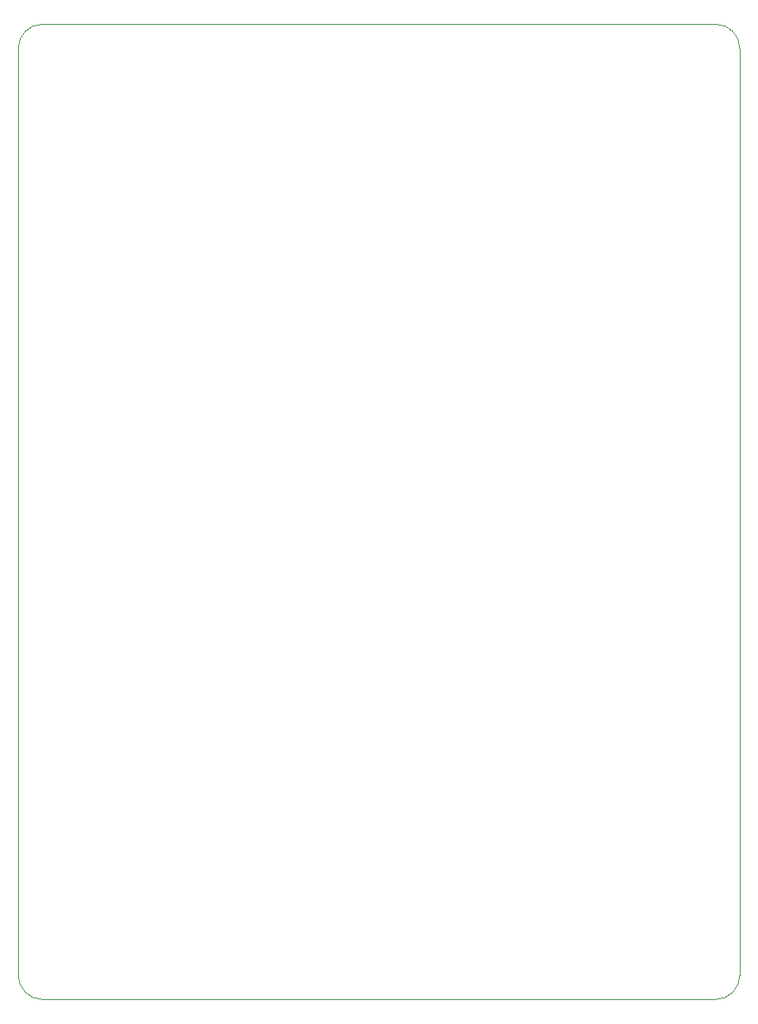
<source format=gbr>
%TF.GenerationSoftware,Altium Limited,Altium Designer,22.7.1 (60)*%
G04 Layer_Color=0*
%FSLAX45Y45*%
%MOMM*%
%TF.SameCoordinates,C4916FE7-F214-4651-8B13-81D0A890374D*%
%TF.FilePolarity,Positive*%
%TF.FileFunction,Profile,NP*%
%TF.Part,Single*%
G01*
G75*
%TA.AperFunction,Profile*%
%ADD129C,0.02540*%
D129*
X240001Y0D02*
G02*
X-9999Y250000I0J250000D01*
G01*
X-10001Y9750000D01*
D02*
G02*
X240001Y10000000I250001J-1D01*
G01*
X7140000D01*
D02*
G02*
X7390000Y9750000I0J-250000D01*
G01*
X7389999Y250000D01*
D02*
G02*
X7140000Y0I-250000J-1D01*
G01*
X240001D01*
%TF.MD5,41467c4c050c0080c999425ac5c24462*%
M02*

</source>
